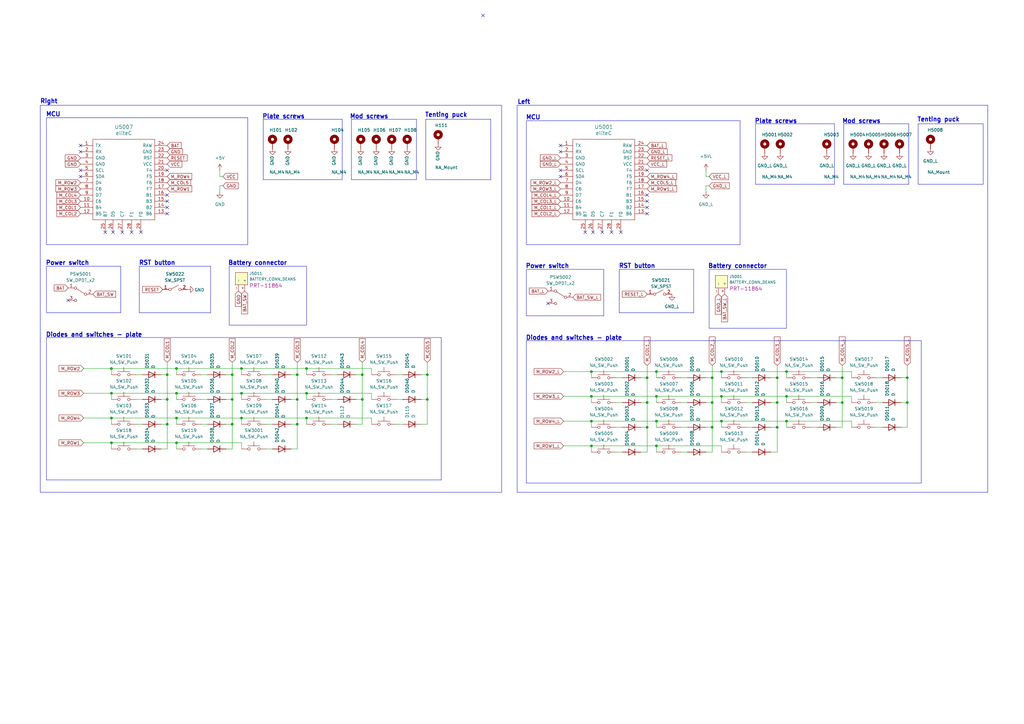
<source format=kicad_sch>
(kicad_sch (version 20231120) (generator "eeschema") (generator_version "8.0")
  (paper "A3")
  (title_block (title "Dilemma Light") (date "2024-05-18") (rev "1") (company "bmolnar") (comment 1 "Licensed under CERN-OHL-W v2"))
  (junction (at 95.25 153.67))
  (junction (at 269.24 182.88))
  (junction (at 125.73 171.45))
  (junction (at 372.11 165.1))
  (junction (at 292.1 165.1))
  (junction (at 72.39 161.29))
  (junction (at 265.43 175.26))
  (junction (at 265.43 165.1))
  (junction (at 121.92 163.83))
  (junction (at 45.72 171.45))
  (junction (at 68.58 173.99))
  (junction (at 148.59 163.83))
  (junction (at 269.24 162.56))
  (junction (at 265.43 154.94))
  (junction (at 45.72 181.61))
  (junction (at 242.57 172.72))
  (junction (at 45.72 161.29))
  (junction (at 68.58 163.83))
  (junction (at 295.91 152.4))
  (junction (at 95.25 173.99))
  (junction (at 269.24 152.4))
  (junction (at 318.77 175.26))
  (junction (at 99.06 161.29))
  (junction (at 318.77 154.94))
  (junction (at 292.1 175.26))
  (junction (at 295.91 172.72))
  (junction (at 72.39 171.45))
  (junction (at 175.26 163.83))
  (junction (at 99.06 151.13))
  (junction (at 125.73 161.29))
  (junction (at 322.58 172.72))
  (junction (at 372.11 154.94))
  (junction (at 99.06 171.45))
  (junction (at 45.72 151.13))
  (junction (at 125.73 151.13))
  (junction (at 292.1 154.94))
  (junction (at 121.92 153.67))
  (junction (at 345.44 154.94))
  (junction (at 121.92 173.99))
  (junction (at 242.57 182.88))
  (junction (at 148.59 153.67))
  (junction (at 68.58 153.67))
  (junction (at 318.77 165.1))
  (junction (at 345.44 165.1))
  (junction (at 95.25 163.83))
  (junction (at 322.58 162.56))
  (junction (at 72.39 151.13))
  (junction (at 72.39 181.61))
  (junction (at 242.57 162.56))
  (junction (at 269.24 172.72))
  (junction (at 175.26 153.67))
  (junction (at 295.91 162.56))
  (junction (at 242.57 152.4))
  (junction (at 322.58 152.4))
  (no_connect (at 265.43 69.85))
  (no_connect (at 254.635 95.25))
  (no_connect (at 265.43 87.63))
  (no_connect (at 240.03 95.25))
  (no_connect (at 68.58 69.85))
  (no_connect (at 68.58 85.09))
  (no_connect (at 229.87 69.85))
  (no_connect (at 247.015 95.25))
  (no_connect (at 229.87 59.69))
  (no_connect (at 57.785 95.25))
  (no_connect (at 243.205 95.25))
  (no_connect (at 33.02 59.69))
  (no_connect (at 27.94 123.19))
  (no_connect (at 33.02 62.23))
  (no_connect (at 50.165 95.25))
  (no_connect (at 68.58 80.01))
  (no_connect (at 198.12 6.35))
  (no_connect (at 33.02 72.39))
  (no_connect (at 46.355 95.25))
  (no_connect (at 53.975 95.25))
  (no_connect (at 265.43 82.55))
  (no_connect (at 229.87 62.23))
  (no_connect (at 224.79 124.46))
  (no_connect (at 265.43 85.09))
  (no_connect (at 43.18 95.25))
  (no_connect (at 33.02 69.85))
  (no_connect (at 265.43 80.01))
  (no_connect (at 229.87 72.39))
  (no_connect (at 250.825 95.25))
  (no_connect (at 68.58 82.55))
  (no_connect (at 68.58 87.63))
  (wire (pts (xy 90.17 76.2) (xy 91.44 76.2)))
  (polyline (pts (xy 174.625 48.895) (xy 174.625 73.66)))
  (wire (pts (xy 318.77 165.1) (xy 318.77 175.26)))
  (wire (pts (xy 269.24 175.26) (xy 269.24 172.72)))
  (wire (pts (xy 306.07 185.42) (xy 308.61 185.42)))
  (wire (pts (xy 34.29 161.29) (xy 45.72 161.29)))
  (wire (pts (xy 322.58 172.72) (xy 349.25 172.72)))
  (wire (pts (xy 99.06 163.83) (xy 99.06 161.29)))
  (wire (pts (xy 372.11 149.86) (xy 372.11 154.94)))
  (wire (pts (xy 359.41 165.1) (xy 361.95 165.1)))
  (wire (pts (xy 66.04 153.67) (xy 68.58 153.67)))
  (wire (pts (xy 242.57 172.72) (xy 269.24 172.72)))
  (wire (pts (xy 45.72 181.61) (xy 72.39 181.61)))
  (wire (pts (xy 90.17 69.85) (xy 90.17 72.39)))
  (wire (pts (xy 172.72 173.99) (xy 175.26 173.99)))
  (wire (pts (xy 121.92 148.59) (xy 121.92 153.67)))
  (wire (pts (xy 292.1 165.1) (xy 292.1 175.26)))
  (polyline (pts (xy 134.62 73.66) (xy 107.95 73.66)))
  (wire (pts (xy 68.58 148.59) (xy 68.58 153.67)))
  (wire (pts (xy 369.57 165.1) (xy 372.11 165.1)))
  (wire (pts (xy 95.25 148.59) (xy 95.25 153.67)))
  (wire (pts (xy 34.29 171.45) (xy 45.72 171.45)))
  (wire (pts (xy 316.23 154.94) (xy 318.77 154.94)))
  (polyline (pts (xy 107.95 48.895) (xy 134.62 48.895)))
  (wire (pts (xy 295.91 175.26) (xy 295.91 172.72)))
  (wire (pts (xy 175.26 163.83) (xy 175.26 173.99)))
  (polyline (pts (xy 215.9 139.7) (xy 377.825 139.7)))
  (wire (pts (xy 231.14 162.56) (xy 242.57 162.56)))
  (wire (pts (xy 369.57 175.26) (xy 372.11 175.26)))
  (wire (pts (xy 72.39 161.29) (xy 99.06 161.29)))
  (wire (pts (xy 318.77 149.86) (xy 318.77 154.94)))
  (wire (pts (xy 175.26 148.59) (xy 175.26 153.67)))
  (wire (pts (xy 95.25 173.99) (xy 95.25 184.15)))
  (wire (pts (xy 72.39 151.13) (xy 99.06 151.13)))
  (wire (pts (xy 242.57 182.88) (xy 269.24 182.88)))
  (wire (pts (xy 95.25 163.83) (xy 95.25 173.99)))
  (wire (pts (xy 152.4 173.99) (xy 152.4 171.45)))
  (wire (pts (xy 99.06 173.99) (xy 99.06 171.45)))
  (wire (pts (xy 99.06 151.13) (xy 125.73 151.13)))
  (polyline (pts (xy 170.815 73.66) (xy 144.145 73.66)))
  (wire (pts (xy 322.58 154.94) (xy 322.58 152.4)))
  (wire (pts (xy 262.89 165.1) (xy 265.43 165.1)))
  (wire (pts (xy 332.74 175.26) (xy 335.28 175.26)))
  (polyline (pts (xy 144.145 48.895) (xy 170.815 48.895)))
  (wire (pts (xy 252.73 165.1) (xy 255.27 165.1)))
  (wire (pts (xy 231.14 152.4) (xy 242.57 152.4)))
  (polyline (pts (xy 372.745 50.8) (xy 372.745 75.565)))
  (wire (pts (xy 242.57 165.1) (xy 242.57 162.56)))
  (wire (pts (xy 82.55 173.99) (xy 85.09 173.99)))
  (wire (pts (xy 119.38 184.15) (xy 121.92 184.15)))
  (wire (pts (xy 55.88 153.67) (xy 58.42 153.67)))
  (wire (pts (xy 121.92 173.99) (xy 121.92 184.15)))
  (wire (pts (xy 322.58 152.4) (xy 349.25 152.4)))
  (wire (pts (xy 72.39 181.61) (xy 99.06 181.61)))
  (wire (pts (xy 306.07 154.94) (xy 308.61 154.94)))
  (polyline (pts (xy 346.075 50.8) (xy 372.745 50.8)))
  (polyline (pts (xy 403.225 50.8) (xy 403.225 75.565)))
  (wire (pts (xy 242.57 162.56) (xy 269.24 162.56)))
  (polyline (pts (xy 284.48 128.27) (xy 254 128.27)))
  (wire (pts (xy 269.24 182.88) (xy 269.24 185.42)))
  (wire (pts (xy 119.38 163.83) (xy 121.92 163.83)))
  (wire (pts (xy 231.14 182.88) (xy 242.57 182.88)))
  (wire (pts (xy 295.91 152.4) (xy 322.58 152.4)))
  (wire (pts (xy 68.58 173.99) (xy 68.58 184.15)))
  (wire (pts (xy 295.91 162.56) (xy 322.58 162.56)))
  (polyline (pts (xy 19.05 138.43) (xy 19.05 196.85)))
  (wire (pts (xy 68.58 163.83) (xy 68.58 173.99)))
  (wire (pts (xy 289.56 78.74) (xy 289.56 76.2)))
  (wire (pts (xy 68.58 153.67) (xy 68.58 163.83)))
  (wire (pts (xy 90.17 78.74) (xy 90.17 76.2)))
  (wire (pts (xy 72.39 171.45) (xy 99.06 171.45)))
  (wire (pts (xy 109.22 163.83) (xy 111.76 163.83)))
  (wire (pts (xy 372.11 165.1) (xy 372.11 175.26)))
  (wire (pts (xy 55.88 163.83) (xy 58.42 163.83)))
  (wire (pts (xy 316.23 165.1) (xy 318.77 165.1)))
  (wire (pts (xy 265.43 175.26) (xy 265.43 185.42)))
  (wire (pts (xy 152.4 153.67) (xy 152.4 151.13)))
  (wire (pts (xy 289.56 185.42) (xy 292.1 185.42)))
  (wire (pts (xy 125.73 171.45) (xy 152.4 171.45)))
  (wire (pts (xy 342.9 154.94) (xy 345.44 154.94)))
  (wire (pts (xy 45.72 173.99) (xy 45.72 171.45)))
  (wire (pts (xy 148.59 148.59) (xy 148.59 153.67)))
  (wire (pts (xy 121.92 153.67) (xy 121.92 163.83)))
  (wire (pts (xy 306.07 165.1) (xy 308.61 165.1)))
  (wire (pts (xy 345.44 165.1) (xy 345.44 175.26)))
  (wire (pts (xy 125.73 161.29) (xy 152.4 161.29)))
  (polyline (pts (xy 254 110.49) (xy 284.48 110.49)))
  (wire (pts (xy 265.43 149.86) (xy 265.43 154.94)))
  (wire (pts (xy 269.24 182.88) (xy 295.91 182.88)))
  (polyline (pts (xy 174.625 48.895) (xy 201.295 48.895)))
  (wire (pts (xy 316.23 175.26) (xy 318.77 175.26)))
  (wire (pts (xy 242.57 152.4) (xy 269.24 152.4)))
  (wire (pts (xy 349.25 175.26) (xy 349.25 172.72)))
  (polyline (pts (xy 57.15 109.22) (xy 57.15 128.27)))
  (wire (pts (xy 289.56 165.1) (xy 292.1 165.1)))
  (wire (pts (xy 289.56 175.26) (xy 292.1 175.26)))
  (wire (pts (xy 295.91 165.1) (xy 295.91 162.56)))
  (wire (pts (xy 265.43 154.94) (xy 265.43 165.1)))
  (wire (pts (xy 242.57 175.26) (xy 242.57 172.72)))
  (wire (pts (xy 99.06 153.67) (xy 99.06 151.13)))
  (polyline (pts (xy 180.975 138.43) (xy 180.975 196.85)))
  (wire (pts (xy 45.72 181.61) (xy 45.72 184.15)))
  (polyline (pts (xy 170.815 48.895) (xy 170.815 73.66)))
  (wire (pts (xy 231.14 172.72) (xy 242.57 172.72)))
  (wire (pts (xy 322.58 165.1) (xy 322.58 162.56)))
  (polyline (pts (xy 107.95 48.895) (xy 107.95 73.66)))
  (wire (pts (xy 172.72 153.67) (xy 175.26 153.67)))
  (wire (pts (xy 345.44 154.94) (xy 345.44 165.1)))
  (polyline (pts (xy 134.62 48.895) (xy 140.335 48.895)))
  (wire (pts (xy 269.24 172.72) (xy 295.91 172.72)))
  (wire (pts (xy 295.91 172.72) (xy 322.58 172.72)))
  (wire (pts (xy 90.17 72.39) (xy 91.44 72.39)))
  (wire (pts (xy 45.72 171.45) (xy 72.39 171.45)))
  (wire (pts (xy 109.22 173.99) (xy 111.76 173.99)))
  (wire (pts (xy 295.91 154.94) (xy 295.91 152.4)))
  (wire (pts (xy 119.38 153.67) (xy 121.92 153.67)))
  (polyline (pts (xy 254 110.49) (xy 254 128.27)))
  (wire (pts (xy 45.72 153.67) (xy 45.72 151.13)))
  (polyline (pts (xy 336.55 50.8) (xy 342.265 50.8)))
  (wire (pts (xy 359.41 175.26) (xy 361.95 175.26)))
  (polyline (pts (xy 309.88 50.8) (xy 336.55 50.8)))
  (polyline (pts (xy 342.265 75.565) (xy 336.55 75.565)))
  (wire (pts (xy 72.39 173.99) (xy 72.39 171.45)))
  (polyline (pts (xy 180.975 196.85) (xy 19.05 196.85)))
  (wire (pts (xy 72.39 163.83) (xy 72.39 161.29)))
  (wire (pts (xy 146.05 163.83) (xy 148.59 163.83)))
  (wire (pts (xy 72.39 153.67) (xy 72.39 151.13)))
  (wire (pts (xy 322.58 175.26) (xy 322.58 172.72)))
  (wire (pts (xy 349.25 165.1) (xy 349.25 162.56)))
  (wire (pts (xy 372.11 154.94) (xy 372.11 165.1)))
  (wire (pts (xy 82.55 184.15) (xy 85.09 184.15)))
  (wire (pts (xy 318.77 175.26) (xy 318.77 185.42)))
  (wire (pts (xy 318.77 154.94) (xy 318.77 165.1)))
  (polyline (pts (xy 336.55 75.565) (xy 309.88 75.565)))
  (wire (pts (xy 109.22 153.67) (xy 111.76 153.67)))
  (polyline (pts (xy 376.555 50.8) (xy 376.555 75.565)))
  (wire (pts (xy 135.89 173.99) (xy 138.43 173.99)))
  (polyline (pts (xy 140.335 73.66) (xy 134.62 73.66)))
  (polyline (pts (xy 377.825 198.12) (xy 215.9 198.12)))
  (wire (pts (xy 34.29 151.13) (xy 45.72 151.13)))
  (wire (pts (xy 82.55 153.67) (xy 85.09 153.67)))
  (wire (pts (xy 125.73 163.83) (xy 125.73 161.29)))
  (polyline (pts (xy 144.145 48.895) (xy 144.145 73.66)))
  (wire (pts (xy 289.56 154.94) (xy 292.1 154.94)))
  (polyline (pts (xy 403.225 75.565) (xy 376.555 75.565)))
  (wire (pts (xy 289.56 72.39) (xy 290.83 72.39)))
  (polyline (pts (xy 346.075 50.8) (xy 346.075 75.565)))
  (wire (pts (xy 162.56 163.83) (xy 165.1 163.83)))
  (wire (pts (xy 92.71 173.99) (xy 95.25 173.99)))
  (wire (pts (xy 292.1 149.86) (xy 292.1 154.94)))
  (wire (pts (xy 82.55 163.83) (xy 85.09 163.83)))
  (wire (pts (xy 121.92 163.83) (xy 121.92 173.99)))
  (wire (pts (xy 34.29 181.61) (xy 45.72 181.61)))
  (wire (pts (xy 279.4 185.42) (xy 281.94 185.42)))
  (wire (pts (xy 148.59 153.67) (xy 148.59 163.83)))
  (wire (pts (xy 262.89 154.94) (xy 265.43 154.94)))
  (wire (pts (xy 135.89 163.83) (xy 138.43 163.83)))
  (wire (pts (xy 175.26 153.67) (xy 175.26 163.83)))
  (polyline (pts (xy 309.88 50.8) (xy 309.88 75.565)))
  (wire (pts (xy 146.05 153.67) (xy 148.59 153.67)))
  (wire (pts (xy 279.4 165.1) (xy 281.94 165.1)))
  (wire (pts (xy 332.74 154.94) (xy 335.28 154.94)))
  (polyline (pts (xy 19.05 138.43) (xy 180.975 138.43)))
  (wire (pts (xy 99.06 161.29) (xy 125.73 161.29)))
  (wire (pts (xy 162.56 173.99) (xy 165.1 173.99)))
  (wire (pts (xy 146.05 173.99) (xy 148.59 173.99)))
  (polyline (pts (xy 377.825 139.7) (xy 377.825 198.12)))
  (wire (pts (xy 55.88 173.99) (xy 58.42 173.99)))
  (wire (pts (xy 135.89 153.67) (xy 138.43 153.67)))
  (wire (pts (xy 292.1 175.26) (xy 292.1 185.42)))
  (wire (pts (xy 95.25 153.67) (xy 95.25 163.83)))
  (wire (pts (xy 269.24 154.94) (xy 269.24 152.4)))
  (wire (pts (xy 92.71 153.67) (xy 95.25 153.67)))
  (polyline (pts (xy 201.295 48.895) (xy 201.295 73.66)))
  (wire (pts (xy 45.72 151.13) (xy 72.39 151.13)))
  (wire (pts (xy 292.1 154.94) (xy 292.1 165.1)))
  (wire (pts (xy 152.4 163.83) (xy 152.4 161.29)))
  (polyline (pts (xy 215.9 139.7) (xy 215.9 198.12)))
  (wire (pts (xy 72.39 181.61) (xy 72.39 184.15)))
  (polyline (pts (xy 284.48 110.49) (xy 284.48 128.27)))
  (wire (pts (xy 369.57 154.94) (xy 372.11 154.94)))
  (wire (pts (xy 252.73 185.42) (xy 255.27 185.42)))
  (wire (pts (xy 99.06 171.45) (xy 125.73 171.45)))
  (wire (pts (xy 359.41 154.94) (xy 361.95 154.94)))
  (polyline (pts (xy 86.36 128.27) (xy 57.15 128.27)))
  (polyline (pts (xy 201.295 73.66) (xy 174.625 73.66)))
  (wire (pts (xy 322.58 162.56) (xy 349.25 162.56)))
  (wire (pts (xy 172.72 163.83) (xy 175.26 163.83)))
  (wire (pts (xy 342.9 165.1) (xy 345.44 165.1)))
  (wire (pts (xy 262.89 175.26) (xy 265.43 175.26)))
  (wire (pts (xy 92.71 184.15) (xy 95.25 184.15)))
  (wire (pts (xy 125.73 151.13) (xy 152.4 151.13)))
  (wire (pts (xy 289.56 69.85) (xy 289.56 72.39)))
  (wire (pts (xy 99.06 181.61) (xy 99.06 184.15)))
  (wire (pts (xy 92.71 163.83) (xy 95.25 163.83)))
  (wire (pts (xy 269.24 165.1) (xy 269.24 162.56)))
  (wire (pts (xy 269.24 152.4) (xy 295.91 152.4)))
  (wire (pts (xy 66.04 163.83) (xy 68.58 163.83)))
  (polyline (pts (xy 86.36 109.22) (xy 86.36 128.27)))
  (wire (pts (xy 332.74 165.1) (xy 335.28 165.1)))
  (wire (pts (xy 265.43 165.1) (xy 265.43 175.26)))
  (polyline (pts (xy 376.555 50.8) (xy 403.225 50.8)))
  (wire (pts (xy 242.57 182.88) (xy 242.57 185.42)))
  (wire (pts (xy 316.23 185.42) (xy 318.77 185.42)))
  (wire (pts (xy 45.72 163.83) (xy 45.72 161.29)))
  (wire (pts (xy 252.73 175.26) (xy 255.27 175.26)))
  (wire (pts (xy 109.22 184.15) (xy 111.76 184.15)))
  (wire (pts (xy 279.4 154.94) (xy 281.94 154.94)))
  (polyline (pts (xy 342.265 50.8) (xy 342.265 75.565)))
  (wire (pts (xy 148.59 163.83) (xy 148.59 173.99)))
  (wire (pts (xy 55.88 184.15) (xy 58.42 184.15)))
  (wire (pts (xy 342.9 175.26) (xy 345.44 175.26)))
  (wire (pts (xy 162.56 153.67) (xy 165.1 153.67)))
  (polyline (pts (xy 140.335 48.895) (xy 140.335 73.66)))
  (wire (pts (xy 66.04 184.15) (xy 68.58 184.15)))
  (wire (pts (xy 45.72 161.29) (xy 72.39 161.29)))
  (wire (pts (xy 119.38 173.99) (xy 121.92 173.99)))
  (wire (pts (xy 306.07 175.26) (xy 308.61 175.26)))
  (polyline (pts (xy 57.15 109.22) (xy 86.36 109.22)))
  (wire (pts (xy 345.44 149.86) (xy 345.44 154.94)))
  (wire (pts (xy 242.57 154.94) (xy 242.57 152.4)))
  (wire (pts (xy 252.73 154.94) (xy 255.27 154.94)))
  (wire (pts (xy 262.89 185.42) (xy 265.43 185.42)))
  (wire (pts (xy 289.56 76.2) (xy 290.83 76.2)))
  (wire (pts (xy 125.73 173.99) (xy 125.73 171.45)))
  (wire (pts (xy 295.91 182.88) (xy 295.91 185.42)))
  (wire (pts (xy 269.24 162.56) (xy 295.91 162.56)))
  (wire (pts (xy 66.04 173.99) (xy 68.58 173.99)))
  (polyline (pts (xy 372.745 75.565) (xy 346.075 75.565)))
  (wire (pts (xy 349.25 154.94) (xy 349.25 152.4)))
  (wire (pts (xy 125.73 153.67) (xy 125.73 151.13)))
  (wire (pts (xy 279.4 175.26) (xy 281.94 175.26)))
  (rectangle (start 16.51 43.18) (end 205.74 201.93))
  (rectangle (start 212.09 43.18) (end 405.13 201.93))
  (rectangle (start 215.9 49.53) (end 303.53 100.33))
  (rectangle (start 19.05 48.26) (end 101.6 100.33))
  (rectangle (start 19.05 109.22) (end 49.53 128.27))
  (rectangle (start 290.83 110.49) (end 322.58 134.62))
  (rectangle (start 215.9 110.49) (end 247.65 129.54))
  (rectangle (start 93.98 109.22) (end 125.73 133.35))
  (text "Right" (at 20.066 41.656 0) (effects (font (size 1.778 1.778) (thickness 0.3556) (bold yes))))
  (text "MCU" (at 21.844 46.99 0) (effects (font (size 1.778 1.778) (bold yes))))
  (text "Tenting puck" (at 393.7 50.165 0) (effects (font (size 1.778 1.778) (thickness 0.3556) (bold yes)) (justify right bottom)))
  (text "Power switch" (at 224.536 109.22 0) (effects (font (size 1.778 1.778) (thickness 0.3556) (bold yes))))
  (text "Battery connector" (at 302.514 109.22 0) (effects (font (size 1.778 1.778) (thickness 0.3556) (bold yes))))
  (text "RST button" (at 253.746 110.236 0) (effects (font (size 1.778 1.778) (thickness 0.3556) (bold yes)) (justify left bottom)))
  (text "Left" (at 214.884 41.91 0) (effects (font (size 1.778 1.778) (thickness 0.3556) (bold yes))))
  (text "Diodes and switches - plate" (at 58.42 138.43 0) (effects (font (size 1.778 1.778) (thickness 0.3556) (bold yes)) (justify right bottom)))
  (text "Mod screws" (at 159.385 48.895 0) (effects (font (size 1.778 1.778) (thickness 0.3556) (bold yes)) (justify right bottom)))
  (text "Plate screws" (at 327.025 50.8 0) (effects (font (size 1.778 1.778) (thickness 0.3556) (bold yes)) (justify right bottom)))
  (text "Tenting puck" (at 191.77 48.26 0) (effects (font (size 1.778 1.778) (thickness 0.3556) (bold yes)) (justify right bottom)))
  (text "Plate screws" (at 125.095 48.895 0) (effects (font (size 1.778 1.778) (thickness 0.3556) (bold yes)) (justify right bottom)))
  (text "Power switch" (at 27.686 107.95 0) (effects (font (size 1.778 1.778) (thickness 0.3556) (bold yes))))
  (text "Mod screws" (at 361.315 50.8 0) (effects (font (size 1.778 1.778) (thickness 0.3556) (bold yes)) (justify right bottom)))
  (text "MCU" (at 218.694 48.26 0) (effects (font (size 1.778 1.778) (bold yes))))
  (text "Battery connector" (at 105.664 107.95 0) (effects (font (size 1.778 1.778) (thickness 0.3556) (bold yes))))
  (text "RST button" (at 56.896 108.966 0) (effects (font (size 1.778 1.778) (thickness 0.3556) (bold yes)) (justify left bottom)))
  (text "Diodes and switches - plate" (at 255.27 139.7 0) (effects (font (size 1.778 1.778) (thickness 0.3556) (bold yes)) (justify right bottom)))
  (global_label "M_ROW2_L" (shape input) (at 229.87 74.93 180) (property "Intersheetrefs" "${INTERSHEET_REFS}" (effects (hide yes))))
  (global_label "M_COL1_L" (shape input) (at 265.43 149.86 90) (property "Intersheetrefs" "${INTERSHEET_REFS}" (effects (hide yes))))
  (global_label "M_COL3" (shape input) (at 33.02 82.55 180) (property "Intersheetrefs" "${INTERSHEET_REFS}" (effects (hide yes))))
  (global_label "BAT_SW" (shape input) (at 100.33 119.38 270) (property "Intersheetrefs" "${INTERSHEET_REFS}" (effects (hide yes))))
  (global_label "M_COL5" (shape input) (at 68.58 74.93 0) (property "Intersheetrefs" "${INTERSHEET_REFS}" (effects (hide yes))))
  (global_label "RESET" (shape input) (at 66.675 118.745 180) (property "Intersheetrefs" "${INTERSHEET_REFS}" (effects (hide yes))))
  (global_label "M_ROW4_L" (shape input) (at 265.43 72.39 0) (property "Intersheetrefs" "${INTERSHEET_REFS}" (effects (hide yes))))
  (global_label "BAT_SW_L" (shape input) (at 297.18 120.65 270) (property "Intersheetrefs" "${INTERSHEET_REFS}" (effects (hide yes))))
  (global_label "BAT_L" (shape input) (at 224.79 119.38 180) (property "Intersheetrefs" "${INTERSHEET_REFS}" (effects (hide yes))))
  (global_label "M_ROW4" (shape input) (at 68.58 72.39 0) (property "Intersheetrefs" "${INTERSHEET_REFS}" (effects (hide yes))))
  (global_label "GND_L" (shape input) (at 294.64 120.65 270) (property "Intersheetrefs" "${INTERSHEET_REFS}" (effects (hide yes))))
  (global_label "M_ROW3_L" (shape input) (at 231.14 162.56 180) (property "Intersheetrefs" "${INTERSHEET_REFS}" (effects (hide yes))))
  (global_label "M_COL3" (shape input) (at 121.92 148.59 90) (property "Intersheetrefs" "${INTERSHEET_REFS}" (effects (hide yes))))
  (global_label "RESET_L" (shape input) (at 265.43 64.77 0) (property "Intersheetrefs" "${INTERSHEET_REFS}" (effects (hide yes))))
  (global_label "M_COL1" (shape input) (at 68.58 148.59 90) (property "Intersheetrefs" "${INTERSHEET_REFS}" (effects (hide yes))))
  (global_label "GND" (shape input) (at 68.58 62.23 0) (property "Intersheetrefs" "${INTERSHEET_REFS}" (effects (hide yes))))
  (global_label "BAT" (shape input) (at 27.94 118.11 180) (property "Intersheetrefs" "${INTERSHEET_REFS}" (effects (hide yes))))
  (global_label "BAT" (shape input) (at 68.58 59.69 0) (property "Intersheetrefs" "${INTERSHEET_REFS}" (effects (hide yes))))
  (global_label "M_ROW3" (shape input) (at 34.29 161.29 180) (property "Intersheetrefs" "${INTERSHEET_REFS}" (effects (hide yes))))
  (global_label "RESET_L" (shape input) (at 265.43 120.65 180) (property "Intersheetrefs" "${INTERSHEET_REFS}" (effects (hide yes))))
  (global_label "M_COL4" (shape input) (at 148.59 148.59 90) (property "Intersheetrefs" "${INTERSHEET_REFS}" (effects (hide yes))))
  (global_label "M_ROW4" (shape input) (at 34.29 171.45 180) (property "Intersheetrefs" "${INTERSHEET_REFS}" (effects (hide yes))))
  (global_label "M_ROW3" (shape input) (at 33.02 77.47 180) (property "Intersheetrefs" "${INTERSHEET_REFS}" (effects (hide yes))))
  (global_label "M_COL3_L" (shape input) (at 318.77 149.86 90) (property "Intersheetrefs" "${INTERSHEET_REFS}" (effects (hide yes))))
  (global_label "GND" (shape input) (at 33.02 64.77 180) (property "Intersheetrefs" "${INTERSHEET_REFS}" (effects (hide yes))))
  (global_label "VCC" (shape input) (at 91.44 72.39 0) (property "Intersheetrefs" "${INTERSHEET_REFS}" (effects (hide yes))))
  (global_label "M_COL5" (shape input) (at 175.26 148.59 90) (property "Intersheetrefs" "${INTERSHEET_REFS}" (effects (hide yes))))
  (global_label "VCC" (shape input) (at 68.58 67.31 0) (property "Intersheetrefs" "${INTERSHEET_REFS}" (effects (hide yes))))
  (global_label "M_ROW2" (shape input) (at 33.02 74.93 180) (property "Intersheetrefs" "${INTERSHEET_REFS}" (effects (hide yes))))
  (global_label "GND" (shape input) (at 91.44 76.2 0) (property "Intersheetrefs" "${INTERSHEET_REFS}" (effects (hide yes))))
  (global_label "M_COL2" (shape input) (at 33.02 87.63 180) (property "Intersheetrefs" "${INTERSHEET_REFS}" (effects (hide yes))))
  (global_label "M_COL2_L" (shape input) (at 292.1 149.86 90) (property "Intersheetrefs" "${INTERSHEET_REFS}" (effects (hide yes))))
  (global_label "M_ROW1" (shape input) (at 68.58 77.47 0) (property "Intersheetrefs" "${INTERSHEET_REFS}" (effects (hide yes))))
  (global_label "M_COL2_L" (shape input) (at 229.87 87.63 180) (property "Intersheetrefs" "${INTERSHEET_REFS}" (effects (hide yes))))
  (global_label "M_COL3_L" (shape input) (at 229.87 82.55 180) (property "Intersheetrefs" "${INTERSHEET_REFS}" (effects (hide yes))))
  (global_label "M_ROW1_L" (shape input) (at 231.14 182.88 180) (property "Intersheetrefs" "${INTERSHEET_REFS}" (effects (hide yes))))
  (global_label "M_ROW2" (shape input) (at 34.29 151.13 180) (property "Intersheetrefs" "${INTERSHEET_REFS}" (effects (hide yes))))
  (global_label "BAT_SW" (shape input) (at 38.1 120.65 0) (property "Intersheetrefs" "${INTERSHEET_REFS}" (effects (hide yes))))
  (global_label "M_ROW4_L" (shape input) (at 231.14 172.72 180) (property "Intersheetrefs" "${INTERSHEET_REFS}" (effects (hide yes))))
  (global_label "M_COL1" (shape input) (at 33.02 85.09 180) (property "Intersheetrefs" "${INTERSHEET_REFS}" (effects (hide yes))))
  (global_label "M_COL2" (shape input) (at 95.25 148.59 90) (property "Intersheetrefs" "${INTERSHEET_REFS}" (effects (hide yes))))
  (global_label "M_ROW3_L" (shape input) (at 229.87 77.47 180) (property "Intersheetrefs" "${INTERSHEET_REFS}" (effects (hide yes))))
  (global_label "BAT_SW_L" (shape input) (at 234.95 121.92 0) (property "Intersheetrefs" "${INTERSHEET_REFS}" (effects (hide yes))))
  (global_label "GND" (shape input) (at 33.02 67.31 180) (property "Intersheetrefs" "${INTERSHEET_REFS}" (effects (hide yes))))
  (global_label "BAT_L" (shape input) (at 265.43 59.69 0) (property "Intersheetrefs" "${INTERSHEET_REFS}" (effects (hide yes))))
  (global_label "RESET" (shape input) (at 68.58 64.77 0) (property "Intersheetrefs" "${INTERSHEET_REFS}" (effects (hide yes))))
  (global_label "GND_L" (shape input) (at 229.87 67.31 180) (property "Intersheetrefs" "${INTERSHEET_REFS}" (effects (hide yes))))
  (global_label "VCC_L" (shape input) (at 265.43 67.31 0) (property "Intersheetrefs" "${INTERSHEET_REFS}" (effects (hide yes))))
  (global_label "M_COL4_L" (shape input) (at 345.44 149.86 90) (property "Intersheetrefs" "${INTERSHEET_REFS}" (effects (hide yes))))
  (global_label "GND_L" (shape input) (at 290.83 76.2 0) (property "Intersheetrefs" "${INTERSHEET_REFS}" (effects (hide yes))))
  (global_label "M_COL5_L" (shape input) (at 265.43 74.93 0) (property "Intersheetrefs" "${INTERSHEET_REFS}" (effects (hide yes))))
  (global_label "VCC_L" (shape input) (at 290.83 72.39 0) (property "Intersheetrefs" "${INTERSHEET_REFS}" (effects (hide yes))))
  (global_label "M_ROW2_L" (shape input) (at 231.14 152.4 180) (property "Intersheetrefs" "${INTERSHEET_REFS}" (effects (hide yes))))
  (global_label "M_COL4" (shape input) (at 33.02 80.01 180) (property "Intersheetrefs" "${INTERSHEET_REFS}" (effects (hide yes))))
  (global_label "M_COL4_L" (shape input) (at 229.87 80.01 180) (property "Intersheetrefs" "${INTERSHEET_REFS}" (effects (hide yes))))
  (global_label "M_ROW1_L" (shape input) (at 265.43 77.47 0) (property "Intersheetrefs" "${INTERSHEET_REFS}" (effects (hide yes))))
  (global_label "M_COL1_L" (shape input) (at 229.87 85.09 180) (property "Intersheetrefs" "${INTERSHEET_REFS}" (effects (hide yes))))
  (global_label "M_COL5_L" (shape input) (at 372.11 149.86 90) (property "Intersheetrefs" "${INTERSHEET_REFS}" (effects (hide yes))))
  (global_label "GND" (shape input) (at 97.79 119.38 270) (property "Intersheetrefs" "${INTERSHEET_REFS}" (effects (hide yes))))
  (global_label "GND_L" (shape input) (at 265.43 62.23 0) (property "Intersheetrefs" "${INTERSHEET_REFS}" (effects (hide yes))))
  (global_label "GND_L" (shape input) (at 229.87 64.77 180) (property "Intersheetrefs" "${INTERSHEET_REFS}" (effects (hide yes))))
  (global_label "M_ROW1" (shape input) (at 34.29 181.61 180) (property "Intersheetrefs" "${INTERSHEET_REFS}" (effects (hide yes))))
  (symbol (lib_id "Switch:SW_Push") (at 300.99 185.42 0) (unit 1)
    (property "Reference" "SW5013" (at 300.99 177.8 0))
    (property "Value" "NA_SW_Push" (at 300.99 180.34 0))
    (property "Footprint" "local-libraries:SW_MX_choc" (effects (hide yes)))
  )
  (symbol (lib_id "power:GND") (at 179.705 59.055 0) (unit 1)
    (property "Reference" "#PWR0124" (effects (hide yes)))
    (property "Value" "GND" (at 179.549 66.0399 90) (effects (justify left)))
  )
  (symbol (lib_id "Switch:SW_Push") (at 247.65 165.1 0) (unit 1)
    (property "Reference" "SW5003" (at 247.65 157.48 0))
    (property "Value" "NA_SW_Push" (at 247.65 160.02 0))
    (property "Footprint" "local-libraries:SW_MX_choc" (effects (hide yes)))
  )
  (symbol (lib_id "Switch:SW_Push") (at 50.8 184.15 0) (unit 1)
    (property "Reference" "SW118" (at 50.8 176.53 0))
    (property "Value" "NA_SW_Push" (at 50.8 179.07 0))
    (property "Footprint" "local-libraries:SW_MX_choc" (effects (hide yes)))
  )
  (symbol (lib_id "Device:D") (at 142.24 153.67 180) (unit 1)
    (property "Reference" "D5043" (at 140.335 151.13 90) (effects (justify right)))
    (property "Value" "D" (at 142.875 151.13 90) (effects (justify right)))
    (property "Footprint" "Diode_SMD:D_SOD-123" (effects (hide yes)))
  )
  (symbol (lib_id "Mechanical:MountingHole_Pad") (at 368.935 60.325 0) (unit 1)
    (property "Reference" "H5007" (at 367.665 55.245 0) (effects (justify left)))
    (property "Value" "NA_M4" (at 367.665 72.517 0) (effects (justify left)))
    (property "Footprint" "local-libraries:MountingHole_3mm_Pad_Via" (effects (hide yes)))
  )
  (symbol (lib_id "Device:D") (at 312.42 154.94 180) (unit 1)
    (property "Reference" "D5010" (at 310.515 152.4 90) (effects (justify right)))
    (property "Value" "D" (at 313.055 152.4 90) (effects (justify right)))
    (property "Footprint" "Diode_SMD:D_SOD-123" (effects (hide yes)))
  )
  (symbol (lib_id "Device:D") (at 339.09 175.26 180) (unit 1)
    (property "Reference" "D5009" (at 337.185 172.72 90) (effects (justify right)))
    (property "Value" "D" (at 339.725 172.72 90) (effects (justify right)))
    (property "Footprint" "Diode_SMD:D_SOD-123" (effects (hide yes)))
  )
  (symbol (lib_id "power:GND") (at 160.655 60.96 0) (unit 1)
    (property "Reference" "#PWR0113" (effects (hide yes)))
    (property "Value" "GND" (at 160.499 67.9449 90) (effects (justify left)))
  )
  (symbol (lib_id "Switch:SW_Push") (at 104.14 173.99 0) (unit 1)
    (property "Reference" "SW109" (at 104.14 166.37 0))
    (property "Value" "NA_SW_Push" (at 104.14 168.91 0))
    (property "Footprint" "local-libraries:SW_MX_choc" (effects (hide yes)))
  )
  (symbol (lib_id "Switch:SW_Push") (at 77.47 163.83 0) (unit 1)
    (property "Reference" "SW105" (at 77.47 156.21 0))
    (property "Value" "NA_SW_Push" (at 77.47 158.75 0))
    (property "Footprint" "local-libraries:SW_MX_choc" (effects (hide yes)))
  )
  (symbol (lib_id "SparkFun-Connectors:BATTERY_CONN_DEANS") (at 294.64 118.11 270) (unit 1)
    (property "Reference" "J5001" (at 299.085 113.4395 90) (effects (font (size 1.143 1.143)) (justify left)))
    (property "Value" "BATTERY_CONN_DEANS" (at 299.085 115.7481 90) (effects (font (size 1.143 1.143)) (justify left)))
    (property "Footprint" "local-libraries:battery_connector_THT" (effects (hide yes)))
    (property "Field4" "PRT-11864" (at 299.085 118.3991 90) (effects (font (size 1.524 1.524)) (justify left)))
  )
  (symbol (lib_id "Device:D") (at 259.08 165.1 180) (unit 1)
    (property "Reference" "D5002" (at 257.175 162.56 90) (effects (justify right)))
    (property "Value" "D" (at 259.715 162.56 90) (effects (justify right)))
    (property "Footprint" "Diode_SMD:D_SOD-123" (effects (hide yes)))
  )
  (symbol (lib_id "Device:D") (at 62.23 184.15 180) (unit 1)
    (property "Reference" "D5034" (at 60.325 181.61 90) (effects (justify right)))
    (property "Value" "D" (at 62.865 181.61 90) (effects (justify right)))
    (property "Footprint" "Diode_SMD:D_SOD-123" (effects (hide yes)))
  )
  (symbol (lib_id "Device:D") (at 88.9 184.15 180) (unit 1)
    (property "Reference" "D5038" (at 86.995 181.61 90) (effects (justify right)))
    (property "Value" "D" (at 89.535 181.61 90) (effects (justify right)))
    (property "Footprint" "Diode_SMD:D_SOD-123" (effects (hide yes)))
  )
  (symbol (lib_id "Switch:SW_Push") (at 300.99 175.26 0) (unit 1)
    (property "Reference" "SW5012" (at 300.99 167.64 0))
    (property "Value" "NA_SW_Push" (at 300.99 170.18 0))
    (property "Footprint" "local-libraries:SW_MX_choc" (effects (hide yes)))
  )
  (symbol (lib_id "Switch:SW_Push") (at 157.48 173.99 0) (unit 1)
    (property "Reference" "SW117" (at 157.48 166.37 0))
    (property "Value" "NA_SW_Push" (at 157.48 168.91 0))
    (property "Footprint" "local-libraries:SW_MX_choc" (effects (hide yes)))
  )
  (symbol (lib_id "Switch:SW_Push") (at 50.8 163.83 0) (unit 1)
    (property "Reference" "SW102" (at 50.8 156.21 0))
    (property "Value" "NA_SW_Push" (at 50.8 158.75 0))
    (property "Footprint" "local-libraries:SW_MX_choc" (effects (hide yes)))
  )
  (symbol (lib_id "Mechanical:MountingHole_Pad") (at 160.655 58.42 0) (unit 1)
    (property "Reference" "H107" (at 159.385 53.34 0) (effects (justify left)))
    (property "Value" "NA_M4" (at 159.385 70.612 0) (effects (justify left)))
    (property "Footprint" "local-libraries:MountingHole_3mm_Pad_Via" (effects (hide yes)))
  )
  (symbol (lib_id "power_L:GND_L") (at 339.09 62.865 0) (unit 1)
    (property "Reference" "#PWR05032" (effects (hide yes)))
    (property "Value" "GND_L" (at 339.09 67.945 0))
  )
  (symbol (lib_id "elite-C:eliteC") (at 247.65 78.74 0) (unit 1)
    (property "Reference" "U5001" (at 247.65 52.07 0) (effects (font (size 1.524 1.524))))
    (property "Value" "eliteC" (at 247.65 54.61 0) (effects (font (size 1.524 1.524))))
    (property "Footprint" "local-libraries:Sparkfun_Pro_Micro" (effects (hide yes)))
  )
  (symbol (lib_id "Device:D") (at 312.42 165.1 180) (unit 1)
    (property "Reference" "D5012" (at 310.515 162.56 90) (effects (justify right)))
    (property "Value" "D" (at 313.055 162.56 90) (effects (justify right)))
    (property "Footprint" "Diode_SMD:D_SOD-123" (effects (hide yes)))
  )
  (symbol (lib_id "Mechanical:MountingHole_Pad") (at 381.635 58.42 0) (unit 1)
    (property "Reference" "H5008" (at 380.365 53.34 0) (effects (justify left)))
    (property "Value" "NA_Mount" (at 380.365 70.612 0) (effects (justify left)))
    (property "Footprint" "local-libraries:Tenting_Puck" (effects (hide yes)))
  )
  (symbol (lib_id "power:GND") (at 118.11 60.96 0) (unit 1)
    (property "Reference" "#PWR0108" (effects (hide yes)))
    (property "Value" "GND" (at 117.954 67.9449 90) (effects (justify left)))
  )
  (symbol (lib_id "Switch:SW_Push") (at 300.99 154.94 0) (unit 1)
    (property "Reference" "SW5010" (at 300.99 147.32 0))
    (property "Value" "NA_SW_Push" (at 300.99 149.86 0))
    (property "Footprint" "local-libraries:SW_MX_choc" (effects (hide yes)))
  )
  (symbol (lib_id "Mechanical:MountingHole_Pad") (at 111.76 58.42 0) (unit 1)
    (property "Reference" "H101" (at 110.49 53.34 0) (effects (justify left)))
    (property "Value" "NA_M4" (at 110.49 70.612 0) (effects (justify left)))
    (property "Footprint" "local-libraries:MountingHole_3mm_Pad_Via" (effects (hide yes)))
  )
  (symbol (lib_id "Mechanical:MountingHole_Pad") (at 320.04 60.325 0) (unit 1)
    (property "Reference" "H5002" (at 318.77 55.245 0) (effects (justify left)))
    (property "Value" "NA_M4" (at 318.77 72.517 0) (effects (justify left)))
    (property "Footprint" "local-libraries:MountingHole_3mm_Pad_Via" (effects (hide yes)))
  )
  (symbol (lib_id "power_L:GND_L") (at 356.235 62.865 0) (unit 1)
    (property "Reference" "#PWR05035" (effects (hide yes)))
    (property "Value" "GND_L" (at 356.235 67.945 0))
  )
  (symbol (lib_id "Switch:SW_Push") (at 157.48 153.67 0) (unit 1)
    (property "Reference" "SW115" (at 157.48 146.05 0))
    (property "Value" "NA_SW_Push" (at 157.48 148.59 0))
    (property "Footprint" "local-libraries:SW_MX_choc" (effects (hide yes)))
  )
  (symbol (lib_id "Switch:SW_Push") (at 157.48 163.83 0) (unit 1)
    (property "Reference" "SW116" (at 157.48 156.21 0))
    (property "Value" "NA_SW_Push" (at 157.48 158.75 0))
    (property "Footprint" "local-libraries:SW_MX_choc" (effects (hide yes)))
  )
  (symbol (lib_id "Switch:SW_Push") (at 77.47 153.67 0) (unit 1)
    (property "Reference" "SW104" (at 77.47 146.05 0))
    (property "Value" "NA_SW_Push" (at 77.47 148.59 0))
    (property "Footprint" "local-libraries:SW_MX_choc" (effects (hide yes)))
  )
  (symbol (lib_id "Device:D") (at 168.91 163.83 180) (unit 1)
    (property "Reference" "D5046" (at 167.005 161.29 90) (effects (justify right)))
    (property "Value" "D" (at 169.545 161.29 90) (effects (justify right)))
    (property "Footprint" "Diode_SMD:D_SOD-123" (effects (hide yes)))
  )
  (symbol (lib_id "Device:D") (at 339.09 154.94 180) (unit 1)
    (property "Reference" "D5015" (at 337.185 152.4 90) (effects (justify right)))
    (property "Value" "D" (at 339.725 152.4 90) (effects (justify right)))
    (property "Footprint" "Diode_SMD:D_SOD-123" (effects (hide yes)))
  )
  (symbol (lib_id "Device:D") (at 115.57 173.99 180) (unit 1)
    (property "Reference" "D5041" (at 113.665 171.45 90) (effects (justify right)))
    (property "Value" "D" (at 116.205 171.45 90) (effects (justify right)))
    (property "Footprint" "Diode_SMD:D_SOD-123" (effects (hide yes)))
  )
  (symbol (lib_id "elite-C:eliteC") (at 50.8 78.74 0) (unit 1)
    (property "Reference" "U5007" (at 50.8 52.07 0) (effects (font (size 1.524 1.524))))
    (property "Value" "eliteC" (at 50.8 54.61 0) (effects (font (size 1.524 1.524))))
    (property "Footprint" "local-libraries:Sparkfun_Pro_Micro" (effects (hide yes)))
  )
  (symbol (lib_id "Switch:SW_Push") (at 274.32 185.42 0) (unit 1)
    (property "Reference" "SW5009" (at 274.32 177.8 0))
    (property "Value" "NA_SW_Push" (at 274.32 180.34 0))
    (property "Footprint" "local-libraries:SW_MX_choc" (effects (hide yes)))
  )
  (symbol (lib_id "Mechanical:MountingHole_Pad") (at 339.09 60.325 0) (unit 1)
    (property "Reference" "H5003" (at 337.82 55.245 0) (effects (justify left)))
    (property "Value" "NA_M4" (at 337.82 72.517 0) (effects (justify left)))
    (property "Footprint" "local-libraries:MountingHole_3mm_Pad_Via" (effects (hide yes)))
  )
  (symbol (lib_id "Mechanical:MountingHole_Pad") (at 154.305 58.42 0) (unit 1)
    (property "Reference" "H106" (at 153.035 53.34 0) (effects (justify left)))
    (property "Value" "NA_M4" (at 153.035 70.612 0) (effects (justify left)))
    (property "Footprint" "local-libraries:MountingHole_3mm_Pad_Via" (effects (hide yes)))
  )
  (symbol (lib_id "Device:D") (at 62.23 153.67 180) (unit 1)
    (property "Reference" "D5031" (at 60.325 151.13 90) (effects (justify right)))
    (property "Value" "D" (at 62.865 151.13 90) (effects (justify right)))
    (property "Footprint" "Diode_SMD:D_SOD-123" (effects (hide yes)))
  )
  (symbol (lib_id "power_L:GND_L") (at 313.69 62.865 0) (unit 1)
    (property "Reference" "#PWR05026" (effects (hide yes)))
    (property "Value" "GND_L" (at 313.69 67.945 0))
  )
  (symbol (lib_id "power_L:GND_L") (at 362.585 62.865 0) (unit 1)
    (property "Reference" "#PWR05037" (effects (hide yes)))
    (property "Value" "GND_L" (at 362.585 67.945 0))
  )
  (symbol (lib_id "power_L:GND_L") (at 381.635 60.96 0) (unit 1)
    (property "Reference" "#PWR05054" (effects (hide yes)))
    (property "Value" "GND_L" (at 381.635 66.04 0))
  )
  (symbol (lib_id "Device:D") (at 285.75 185.42 180) (unit 1)
    (property "Reference" "D5008" (at 283.845 182.88 90) (effects (justify right)))
    (property "Value" "D" (at 286.385 182.88 90) (effects (justify right)))
    (property "Footprint" "Diode_SMD:D_SOD-123" (effects (hide yes)))
  )
  (symbol (lib_id "Switch:SW_Push") (at 130.81 173.99 0) (unit 1)
    (property "Reference" "SW114" (at 130.81 166.37 0))
    (property "Value" "NA_SW_Push" (at 130.81 168.91 0))
    (property "Footprint" "local-libraries:SW_MX_choc" (effects (hide yes)))
  )
  (symbol (lib_id "Device:D") (at 142.24 163.83 180) (unit 1)
    (property "Reference" "D5044" (at 140.335 161.29 90) (effects (justify right)))
    (property "Value" "D" (at 142.875 161.29 90) (effects (justify right)))
    (property "Footprint" "Diode_SMD:D_SOD-123" (effects (hide yes)))
  )
  (symbol (lib_id "Switch:SW_Push") (at 77.47 173.99 0) (unit 1)
    (property "Reference" "SW106" (at 77.47 166.37 0))
    (property "Value" "NA_SW_Push" (at 77.47 168.91 0))
    (property "Footprint" "local-libraries:SW_MX_choc" (effects (hide yes)))
  )
  (symbol (lib_id "power:GND") (at 90.17 78.74 0) (unit 1)
    (property "Reference" "#PWR05049" (effects (hide yes)))
    (property "Value" "GND" (at 88.138 83.82 0) (effects (justify left)))
  )
  (symbol (lib_id "power:GND") (at 289.56 78.74 0) (unit 1)
    (property "Reference" "#PWR05002" (effects (hide yes)))
    (property "Value" "GND_L" (at 286.512 83.82 0) (effects (justify left)))
  )
  (symbol (lib_id "power_L:GND_L") (at 275.59 120.65 0) (unit 1)
    (property "Reference" "#PWR0126" (effects (hide yes)))
    (property "Value" "GND_L" (at 275.59 125.73 0))
  )
  (symbol (lib_id "Switch:SW_Push") (at 247.65 154.94 0) (unit 1)
    (property "Reference" "SW5002" (at 247.65 147.32 0))
    (property "Value" "NA_SW_Push" (at 247.65 149.86 0))
    (property "Footprint" "local-libraries:SW_MX_choc" (effects (hide yes)))
  )
  (symbol (lib_id "SparkFun-Connectors:BATTERY_CONN_DEANS") (at 97.79 116.84 270) (unit 1)
    (property "Reference" "J5011" (at 102.235 112.1695 90) (effects (font (size 1.143 1.143)) (justify left)))
    (property "Value" "BATTERY_CONN_DEANS" (at 102.235 114.4781 90) (effects (font (size 1.143 1.143)) (justify left)))
    (property "Footprint" "local-libraries:battery_connector_THT" (effects (hide yes)))
    (property "Field4" "PRT-11864" (at 102.235 117.1291 90) (effects (font (size 1.524 1.524)) (justify left)))
  )
  (symbol (lib_id "Switch:SW_Push") (at 327.66 154.94 0) (unit 1)
    (property "Reference" "SW5014" (at 327.66 147.32 0))
    (property "Value" "NA_SW_Push" (at 327.66 149.86 0))
    (property "Footprint" "local-libraries:SW_MX_choc" (effects (hide yes)))
  )
  (symbol (lib_id "power:GND") (at 154.305 60.96 0) (unit 1)
    (property "Reference" "#PWR0112" (effects (hide yes)))
    (property "Value" "GND" (at 154.149 67.9449 90) (effects (justify left)))
  )
  (symbol (lib_id "Device:D") (at 365.76 175.26 180) (unit 1)
    (property "Reference" "D5011" (at 363.855 172.72 90) (effects (justify right)))
    (property "Value" "D" (at 366.395 172.72 90) (effects (justify right)))
    (property "Footprint" "Diode_SMD:D_SOD-123" (effects (hide yes)))
  )
  (symbol (lib_id "Device:D") (at 115.57 163.83 180) (unit 1)
    (property "Reference" "D5040" (at 113.665 161.29 90) (effects (justify right)))
    (property "Value" "D" (at 116.205 161.29 90) (effects (justify right)))
    (property "Footprint" "Diode_SMD:D_SOD-123" (effects (hide yes)))
  )
  (symbol (lib_id "Switch:SW_Push") (at 354.33 165.1 0) (unit 1)
    (property "Reference" "SW5018" (at 354.33 157.48 0))
    (property "Value" "NA_SW_Push" (at 354.33 160.02 0))
    (property "Footprint" "local-libraries:SW_MX_choc" (effects (hide yes)))
  )
  (symbol (lib_id "Switch:SW_Push") (at 247.65 175.26 0) (unit 1)
    (property "Reference" "SW5004" (at 247.65 167.64 0))
    (property "Value" "NA_SW_Push" (at 247.65 170.18 0))
    (property "Footprint" "local-libraries:SW_MX_choc" (effects (hide yes)))
  )
  (symbol (lib_id "Switch:SW_Push") (at 130.81 163.83 0) (unit 1)
    (property "Reference" "SW113" (at 130.81 156.21 0))
    (property "Value" "NA_SW_Push" (at 130.81 158.75 0))
    (property "Footprint" "local-libraries:SW_MX_choc" (effects (hide yes)))
  )
  (symbol (lib_id "Device:D") (at 62.23 163.83 180) (unit 1)
    (property "Reference" "D5032" (at 60.325 161.29 90) (effects (justify right)))
    (property "Value" "D" (at 62.865 161.29 90) (effects (justify right)))
    (property "Footprint" "Diode_SMD:D_SOD-123" (effects (hide yes)))
  )
  (symbol (lib_id "Switch:SW_Push") (at 104.14 153.67 0) (unit 1)
    (property "Reference" "SW107" (at 104.14 146.05 0))
    (property "Value" "NA_SW_Push" (at 104.14 148.59 0))
    (property "Footprint" "local-libraries:SW_MX_choc" (effects (hide yes)))
  )
  (symbol (lib_id "Switch:SW_Push") (at 354.33 175.26 0) (unit 1)
    (property "Reference" "SW5019" (at 354.33 167.64 0))
    (property "Value" "NA_SW_Push" (at 354.33 170.18 0))
    (property "Footprint" "local-libraries:SW_MX_choc" (effects (hide yes)))
  )
  (symbol (lib_id "Device:D") (at 88.9 173.99 180) (unit 1)
    (property "Reference" "D5037" (at 86.995 171.45 90) (effects (justify right)))
    (property "Value" "D" (at 89.535 171.45 90) (effects (justify right)))
    (property "Footprint" "Diode_SMD:D_SOD-123" (effects (hide yes)))
  )
  (symbol (lib_id "power:GND") (at 137.16 60.96 0) (unit 1)
    (property "Reference" "#PWR0110" (effects (hide yes)))
    (property "Value" "GND" (at 137.004 67.9449 90) (effects (justify left)))
  )
  (symbol (lib_id "Mechanical:MountingHole_Pad") (at 118.11 58.42 0) (unit 1)
    (property "Reference" "H102" (at 116.84 53.34 0) (effects (justify left)))
    (property "Value" "NA_M4" (at 116.84 70.612 0) (effects (justify left)))
    (property "Footprint" "local-libraries:MountingHole_3mm_Pad_Via" (effects (hide yes)))
  )
  (symbol (lib_id "Device:D") (at 259.08 175.26 180) (unit 1)
    (property "Reference" "D5003" (at 257.175 172.72 90) (effects (justify right)))
    (property "Value" "D" (at 259.715 172.72 90) (effects (justify right)))
    (property "Footprint" "Diode_SMD:D_SOD-123" (effects (hide yes)))
  )
  (symbol (lib_id "power:GND") (at 147.955 60.96 0) (unit 1)
    (property "Reference" "#PWR0111" (effects (hide yes)))
    (property "Value" "GND" (at 147.799 67.9449 90) (effects (justify left)))
  )
  (symbol (lib_id "Switch:SW_SPST") (at 71.755 118.745 0) (unit 1)
    (property "Reference" "SW5022" (at 71.755 112.395 0))
    (property "Value" "SW_SPST" (at 71.755 114.935 0))
    (property "Footprint" "Library:PushSwitch" (effects (hide yes)))
  )
  (symbol (lib_id "power:GND") (at 167.005 60.96 0) (unit 1)
    (property "Reference" "#PWR0114" (effects (hide yes)))
    (property "Value" "GND" (at 166.849 67.9449 90) (effects (justify left)))
  )
  (symbol (lib_id "power:+5VL") (at 289.56 69.85 0) (unit 1)
    (property "Reference" "#PWR05001" (effects (hide yes)))
    (property "Value" "+5VL" (at 289.56 64.135 0))
  )
  (symbol (lib_id "Switch:SW_Push") (at 130.81 153.67 0) (unit 1)
    (property "Reference" "SW112" (at 130.81 146.05 0))
    (property "Value" "NA_SW_Push" (at 130.81 148.59 0))
    (property "Footprint" "local-libraries:SW_MX_choc" (effects (hide yes)))
  )
  (symbol (lib_id "power_L:GND_L") (at 368.935 62.865 0) (unit 1)
    (property "Reference" "#PWR05038" (effects (hide yes)))
    (property "Value" "GND_L" (at 368.935 67.945 0))
  )
  (symbol (lib_id "Mechanical:MountingHole_Pad") (at 167.005 58.42 0) (unit 1)
    (property "Reference" "H108" (at 165.735 53.34 0) (effects (justify left)))
    (property "Value" "NA_M4" (at 165.735 70.612 0) (effects (justify left)))
    (property "Footprint" "local-libraries:MountingHole_3mm_Pad_Via" (effects (hide yes)))
  )
  (symbol (lib_id "Device:D") (at 142.24 173.99 180) (unit 1)
    (property "Reference" "D112" (at 140.335 171.45 90) (effects (justify right)))
    (property "Value" "D" (at 142.875 171.45 90) (effects (justify right)))
    (property "Footprint" "Diode_SMD:D_SOD-123" (effects (hide yes)))
  )
  (symbol (lib_id "Mechanical:MountingHole_Pad") (at 313.69 60.325 0) (unit 1)
    (property "Reference" "H5001" (at 312.42 55.245 0) (effects (justify left)))
    (property "Value" "NA_M4" (at 312.42 72.517 0) (effects (justify left)))
    (property "Footprint" "local-libraries:MountingHole_3mm_Pad_Via" (effects (hide yes)))
  )
  (symbol (lib_id "Mechanical:MountingHole_Pad") (at 137.16 58.42 0) (unit 1)
    (property "Reference" "H104" (at 135.89 53.34 0) (effects (justify left)))
    (property "Value" "NA_M4" (at 135.89 70.612 0) (effects (justify left)))
    (property "Footprint" "local-libraries:MountingHole_3mm_Pad_Via" (effects (hide yes)))
  )
  (symbol (lib_id "Device:D") (at 88.9 163.83 180) (unit 1)
    (property "Reference" "D5036" (at 86.995 161.29 90) (effects (justify right)))
    (property "Value" "D" (at 89.535 161.29 90) (effects (justify right)))
    (property "Footprint" "Diode_SMD:D_SOD-123" (effects (hide yes)))
  )
  (symbol (lib_id "Switch:SW_Push") (at 274.32 165.1 0) (unit 1)
    (property "Reference" "SW5007" (at 274.32 157.48 0))
    (property "Value" "NA_SW_Push" (at 274.32 160.02 0))
    (property "Footprint" "local-libraries:SW_MX_choc" (effects (hide yes)))
  )
  (symbol (lib_id "Switch:SW_Push") (at 104.14 184.15 0) (unit 1)
    (property "Reference" "SW3001" (at 104.14 176.53 0))
    (property "Value" "NA_SW_Push" (at 104.14 179.07 0))
    (property "Footprint" "local-libraries:SW_MX_choc" (effects (hide yes)))
  )
  (symbol (lib_id "Mechanical:MountingHole_Pad") (at 356.235 60.325 0) (unit 1)
    (property "Reference" "H5005" (at 354.965 55.245 0) (effects (justify left)))
    (property "Value" "NA_M4" (at 354.965 72.517 0) (effects (justify left)))
    (property "Footprint" "local-libraries:MountingHole_3mm_Pad_Via" (effects (hide yes)))
  )
  (symbol (lib_id "power_L:GND_L") (at 349.885 62.865 0) (unit 1)
    (property "Reference" "#PWR05033" (effects (hide yes)))
    (property "Value" "GND_L" (at 349.885 67.945 0))
  )
  (symbol (lib_id "Device:D") (at 312.42 175.26 180) (unit 1)
    (property "Reference" "D5013" (at 310.515 172.72 90) (effects (justify right)))
    (property "Value" "D" (at 313.055 172.72 90) (effects (justify right)))
    (property "Footprint" "Diode_SMD:D_SOD-123" (effects (hide yes)))
  )
  (symbol (lib_id "power:GND") (at 76.835 118.745 90) (unit 1)
    (property "Reference" "#PWR05063" (effects (hide yes)))
    (property "Value" "GND" (at 83.8199 118.901 90) (effects (justify left)))
  )
  (symbol (lib_id "Switch:SW_Push") (at 274.32 154.94 0) (unit 1)
    (property "Reference" "SW5006" (at 274.32 147.32 0))
    (property "Value" "NA_SW_Push" (at 274.32 149.86 0))
    (property "Footprint" "local-libraries:SW_MX_choc" (effects (hide yes)))
  )
  (symbol (lib_id "Device:D") (at 115.57 184.15 180) (unit 1)
    (property "Reference" "D5042" (at 113.665 181.61 90) (effects (justify right)))
    (property "Value" "D" (at 116.205 181.61 90) (effects (justify right)))
    (property "Footprint" "Diode_SMD:D_SOD-123" (effects (hide yes)))
  )
  (symbol (lib_id "Mechanical:MountingHole_Pad") (at 349.885 60.325 0) (unit 1)
    (property "Reference" "H5004" (at 348.615 55.245 0) (effects (justify left)))
    (property "Value" "NA_M4" (at 348.615 72.517 0) (effects (justify left)))
    (property "Footprint" "local-libraries:MountingHole_3mm_Pad_Via" (effects (hide yes)))
  )
  (symbol (lib_id "Switch:SW_Push") (at 354.33 154.94 0) (unit 1)
    (property "Reference" "SW5017" (at 354.33 147.32 0))
    (property "Value" "NA_SW_Push" (at 354.33 149.86 0))
    (property "Footprint" "local-libraries:SW_MX_choc" (effects (hide yes)))
  )
  (symbol (lib_id "Switch:SW_Push") (at 300.99 165.1 0) (unit 1)
    (property "Reference" "SW5011" (at 300.99 157.48 0))
    (property "Value" "NA_SW_Push" (at 300.99 160.02 0))
    (property "Footprint" "local-libraries:SW_MX_choc" (effects (hide yes)))
  )
  (symbol (lib_id "Device:D") (at 312.42 185.42 180) (unit 1)
    (property "Reference" "D5014" (at 310.515 182.88 90) (effects (justify right)))
    (property "Value" "D" (at 313.055 182.88 90) (effects (justify right)))
    (property "Footprint" "Diode_SMD:D_SOD-123" (effects (hide yes)))
  )
  (symbol (lib_id "Switch:SW_Push") (at 327.66 175.26 0) (unit 1)
    (property "Reference" "SW5016" (at 327.66 167.64 0))
    (property "Value" "NA_SW_Push" (at 327.66 170.18 0))
    (property "Footprint" "local-libraries:SW_MX_choc" (effects (hide yes)))
  )
  (symbol (lib_id "Switch:SW_Push") (at 247.65 185.42 0) (unit 1)
    (property "Reference" "SW5005" (at 247.65 177.8 0))
    (property "Value" "NA_SW_Push" (at 247.65 180.34 0))
    (property "Footprint" "local-libraries:SW_MX_choc" (effects (hide yes)))
  )
  (symbol (lib_id "Device:D") (at 285.75 165.1 180) (unit 1)
    (property "Reference" "D5006" (at 283.845 162.56 90) (effects (justify right)))
    (property "Value" "D" (at 286.385 162.56 90) (effects (justify right)))
    (property "Footprint" "Diode_SMD:D_SOD-123" (effects (hide yes)))
  )
  (symbol (lib_id "Device:D") (at 115.57 153.67 180) (unit 1)
    (property "Reference" "D5039" (at 113.665 151.13 90) (effects (justify right)))
    (property "Value" "D" (at 116.205 151.13 90) (effects (justify right)))
    (property "Footprint" "Diode_SMD:D_SOD-123" (effects (hide yes)))
  )
  (symbol (lib_id "power:+5VL") (at 90.17 69.85 0) (unit 1)
    (property "Reference" "#PWR05048" (effects (hide yes)))
    (property "Value" "+5V" (at 90.17 64.77 0))
  )
  (symbol (lib_id "Device:D") (at 339.09 165.1 180) (unit 1)
    (property "Reference" "D5016" (at 337.185 162.56 90) (effects (justify right)))
    (property "Value" "D" (at 339.725 162.56 90) (effects (justify right)))
    (property "Footprint" "Diode_SMD:D_SOD-123" (effects (hide yes)))
  )
  (symbol (lib_id "power:GND") (at 111.76 60.96 0) (unit 1)
    (property "Reference" "#PWR0107" (effects (hide yes)))
    (property "Value" "GND" (at 111.604 67.9449 90) (effects (justify left)))
  )
  (symbol (lib_id "Switch:SW_SPST") (at 270.51 120.65 0) (unit 1)
    (property "Reference" "SW5021" (at 271.145 114.935 0))
    (property "Value" "SW_SPST" (at 271.145 117.475 0))
    (property "Footprint" "Library:PushSwitch" (effects (hide yes)))
  )
  (symbol (lib_id "Device:D") (at 285.75 175.26 180) (unit 1)
    (property "Reference" "D5007" (at 283.845 172.72 90) (effects (justify right)))
    (property "Value" "D" (at 286.385 172.72 90) (effects (justify right)))
    (property "Footprint" "Diode_SMD:D_SOD-123" (effects (hide yes)))
  )
  (symbol (lib_id "Device:D") (at 259.08 154.94 180) (unit 1)
    (property "Reference" "D5001" (at 257.175 152.4 90) (effects (justify right)))
    (property "Value" "D" (at 259.715 152.4 90) (effects (justify right)))
    (property "Footprint" "Diode_SMD:D_SOD-123" (effects (hide yes)))
  )
  (symbol (lib_id "Device:D") (at 62.23 173.99 180) (unit 1)
    (property "Reference" "D5033" (at 60.325 171.45 90) (effects (justify right)))
    (property "Value" "D" (at 62.865 171.45 90) (effects (justify right)))
    (property "Footprint" "Diode_SMD:D_SOD-123" (effects (hide yes)))
  )
  (symbol (lib_id "jiran-ble:SW_DPDT") (at 31.75 120.65 0) (mirror y) (unit 1)
    (property "Reference" "PSW5001" (at 33.02 112.395 0))
    (property "Value" "SW_DPDT_x2" (at 33.02 114.935 0))
    (property "Footprint" "local-libraries:Switch_MSK-12C01-07" (effects (hide yes)))
    (property "LCSC" "C431540" (effects (hide yes)))
  )
  (symbol (lib_id "Device:D") (at 88.9 153.67 180) (unit 1)
    (property "Reference" "D5035" (at 86.995 151.13 90) (effects (justify right)))
    (property "Value" "D" (at 89.535 151.13 90) (effects (justify right)))
    (property "Footprint" "Diode_SMD:D_SOD-123" (effects (hide yes)))
  )
  (symbol (lib_id "Switch:SW_Push") (at 104.14 163.83 0) (unit 1)
    (property "Reference" "SW108" (at 104.14 156.21 0))
    (property "Value" "NA_SW_Push" (at 104.14 158.75 0))
    (property "Footprint" "local-libraries:SW_MX_choc" (effects (hide yes)))
  )
  (symbol (lib_id "Switch:SW_Push") (at 327.66 165.1 0) (unit 1)
    (property "Reference" "SW5015" (at 327.66 157.48 0))
    (property "Value" "NA_SW_Push" (at 327.66 160.02 0))
    (property "Footprint" "local-libraries:SW_MX_choc" (effects (hide yes)))
  )
  (symbol (lib_id "Switch:SW_Push") (at 50.8 173.99 0) (unit 1)
    (property "Reference" "SW103" (at 50.8 166.37 0))
    (property "Value" "NA_SW_Push" (at 50.8 168.91 0))
    (property "Footprint" "local-libraries:SW_MX_choc" (effects (hide yes)))
  )
  (symbol (lib_id "Device:D") (at 285.75 154.94 180) (unit 1)
    (property "Reference" "D5005" (at 283.845 152.4 90) (effects (justify right)))
    (property "Value" "D" (at 286.385 152.4 90) (effects (justify right)))
    (property "Footprint" "Diode_SMD:D_SOD-123" (effects (hide yes)))
  )
  (symbol (lib_id "Switch:SW_Push") (at 50.8 153.67 0) (unit 1)
    (property "Reference" "SW101" (at 50.8 146.05 0))
    (property "Value" "NA_SW_Push" (at 50.8 148.59 0))
    (property "Footprint" "local-libraries:SW_MX_choc" (effects (hide yes)))
  )
  (symbol (lib_id "Device:D") (at 365.76 165.1 180) (unit 1)
    (property "Reference" "D5018" (at 363.855 162.56 90) (effects (justify right)))
    (property "Value" "D" (at 366.395 162.56 90) (effects (justify right)))
    (property "Footprint" "Diode_SMD:D_SOD-123" (effects (hide yes)))
  )
  (symbol (lib_id "jiran-ble:SW_DPDT") (at 228.6 121.92 0) (mirror y) (unit 1)
    (property "Reference" "PSW5002" (at 229.87 113.665 0))
    (property "Value" "SW_DPDT_x2" (at 229.87 116.205 0))
    (property "Footprint" "local-libraries:Switch_MSK-12C01-07" (effects (hide yes)))
    (property "LCSC" "C431540" (effects (hide yes)))
  )
  (symbol (lib_id "Device:D") (at 259.08 185.42 180) (unit 1)
    (property "Reference" "D5004" (at 257.175 182.88 90) (effects (justify right)))
    (property "Value" "D" (at 259.715 182.88 90) (effects (justify right)))
    (property "Footprint" "Diode_SMD:D_SOD-123" (effects (hide yes)))
  )
  (symbol (lib_id "Mechanical:MountingHole_Pad") (at 147.955 58.42 0) (unit 1)
    (property "Reference" "H105" (at 146.685 53.34 0) (effects (justify left)))
    (property "Value" "NA_M4" (at 146.685 70.612 0) (effects (justify left)))
    (property "Footprint" "local-libraries:MountingHole_3mm_Pad_Via" (effects (hide yes)))
  )
  (symbol (lib_id "Switch:SW_Push") (at 274.32 175.26 0) (unit 1)
    (property "Reference" "SW5008" (at 274.32 167.64 0))
    (property "Value" "NA_SW_Push" (at 274.32 170.18 0))
    (property "Footprint" "local-libraries:SW_MX_choc" (effects (hide yes)))
  )
  (symbol (lib_id "power_L:GND_L") (at 320.04 62.865 0) (unit 1)
    (property "Reference" "#PWR05027" (effects (hide yes)))
    (property "Value" "GND_L" (at 320.04 67.945 0))
  )
  (symbol (lib_id "Switch:SW_Push") (at 77.47 184.15 0) (unit 1)
    (property "Reference" "SW119" (at 77.47 176.53 0))
    (property "Value" "NA_SW_Push" (at 77.47 179.07 0))
    (property "Footprint" "local-libraries:SW_MX_choc" (effects (hide yes)))
  )
  (symbol (lib_id "Device:D") (at 168.91 153.67 180) (unit 1)
    (property "Reference" "D5045" (at 167.005 151.13 90) (effects (justify right)))
    (property "Value" "D" (at 169.545 151.13 90) (effects (justify right)))
    (property "Footprint" "Diode_SMD:D_SOD-123" (effects (hide yes)))
  )
  (symbol (lib_id "Mechanical:MountingHole_Pad") (at 362.585 60.325 0) (unit 1)
    (property "Reference" "H5006" (at 361.315 55.245 0) (effects (justify left)))
    (property "Value" "NA_M4" (at 361.315 72.517 0) (effects (justify left)))
    (property "Footprint" "local-libraries:MountingHole_3mm_Pad_Via" (effects (hide yes)))
  )
  (symbol (lib_id "Device:D") (at 168.91 173.99 180) (unit 1)
    (property "Reference" "D115" (at 167.005 171.45 90) (effects (justify right)))
    (property "Value" "D" (at 169.545 171.45 90) (effects (justify right)))
    (property "Footprint" "Diode_SMD:D_SOD-123" (effects (hide yes)))
  )
  (symbol (lib_id "Mechanical:MountingHole_Pad") (at 179.705 56.515 0) (unit 1)
    (property "Reference" "H111" (at 178.435 51.435 0) (effects (justify left)))
    (property "Value" "NA_Mount" (at 178.435 68.707 0) (effects (justify left)))
    (property "Footprint" "local-libraries:Tenting_Puck" (effects (hide yes)))
  )
  (symbol (lib_id "Device:D") (at 365.76 154.94 180) (unit 1)
    (property "Reference" "D5017" (at 363.855 152.4 90) (effects (justify right)))
    (property "Value" "D" (at 366.395 152.4 90) (effects (justify right)))
    (property "Footprint" "Diode_SMD:D_SOD-123" (effects (hide yes)))
  )
)
</source>
